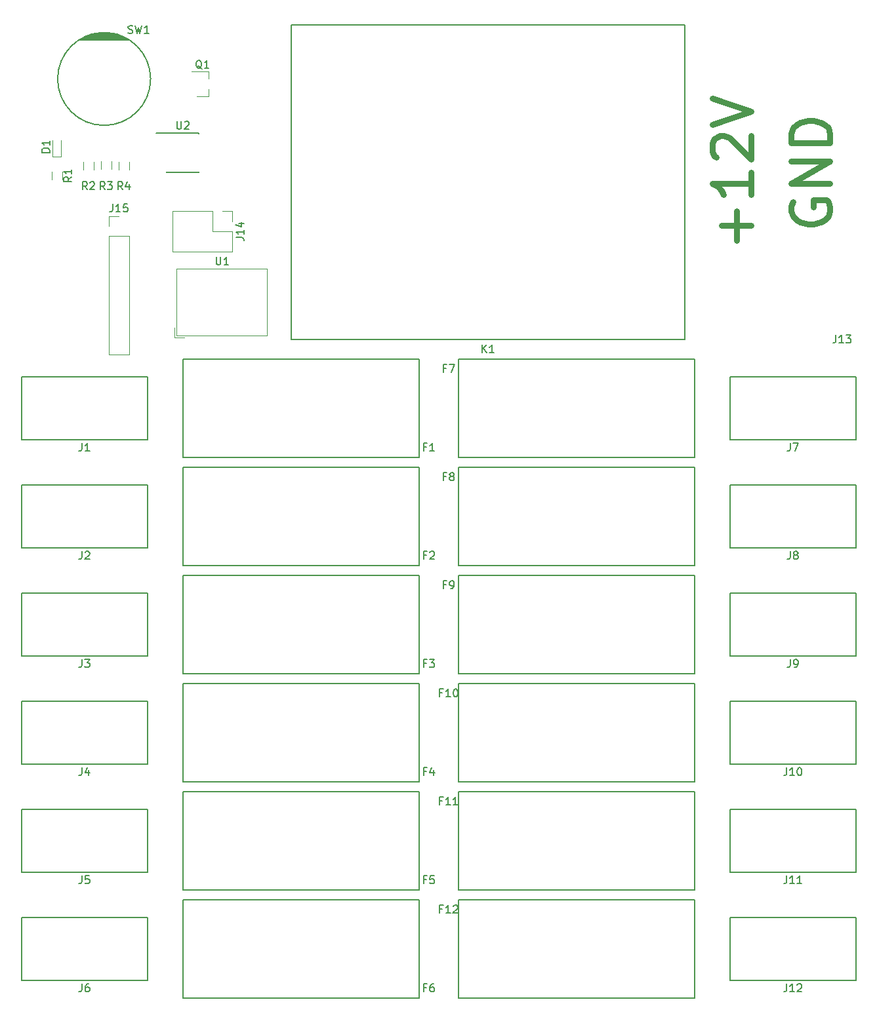
<source format=gto>
G04 #@! TF.GenerationSoftware,KiCad,Pcbnew,(5.0.2)-1*
G04 #@! TF.CreationDate,2019-02-23T14:57:53-07:00*
G04 #@! TF.ProjectId,MinesRobotics_PDB,4d696e65-7352-46f6-926f-746963735f50,rev?*
G04 #@! TF.SameCoordinates,Original*
G04 #@! TF.FileFunction,Legend,Top*
G04 #@! TF.FilePolarity,Positive*
%FSLAX46Y46*%
G04 Gerber Fmt 4.6, Leading zero omitted, Abs format (unit mm)*
G04 Created by KiCad (PCBNEW (5.0.2)-1) date 2/23/2019 2:57:53 PM*
%MOMM*%
%LPD*%
G01*
G04 APERTURE LIST*
%ADD10C,0.750000*%
%ADD11C,0.120000*%
%ADD12C,0.150000*%
G04 APERTURE END LIST*
D10*
X143550000Y-64769523D02*
X143311904Y-65245714D01*
X143311904Y-65960000D01*
X143550000Y-66674285D01*
X144026190Y-67150476D01*
X144502380Y-67388571D01*
X145454761Y-67626666D01*
X146169047Y-67626666D01*
X147121428Y-67388571D01*
X147597619Y-67150476D01*
X148073809Y-66674285D01*
X148311904Y-65960000D01*
X148311904Y-65483809D01*
X148073809Y-64769523D01*
X147835714Y-64531428D01*
X146169047Y-64531428D01*
X146169047Y-65483809D01*
X148311904Y-62388571D02*
X143311904Y-62388571D01*
X148311904Y-59531428D01*
X143311904Y-59531428D01*
X148311904Y-57150476D02*
X143311904Y-57150476D01*
X143311904Y-55960000D01*
X143550000Y-55245714D01*
X144026190Y-54769523D01*
X144502380Y-54531428D01*
X145454761Y-54293333D01*
X146169047Y-54293333D01*
X147121428Y-54531428D01*
X147597619Y-54769523D01*
X148073809Y-55245714D01*
X148311904Y-55960000D01*
X148311904Y-57150476D01*
X136247142Y-69769523D02*
X136247142Y-65960000D01*
X138151904Y-67864761D02*
X134342380Y-67864761D01*
X138151904Y-60960000D02*
X138151904Y-63817142D01*
X138151904Y-62388571D02*
X133151904Y-62388571D01*
X133866190Y-62864761D01*
X134342380Y-63340952D01*
X134580476Y-63817142D01*
X133628095Y-59055238D02*
X133390000Y-58817142D01*
X133151904Y-58340952D01*
X133151904Y-57150476D01*
X133390000Y-56674285D01*
X133628095Y-56436190D01*
X134104285Y-56198095D01*
X134580476Y-56198095D01*
X135294761Y-56436190D01*
X138151904Y-59293333D01*
X138151904Y-56198095D01*
X133151904Y-54769523D02*
X138151904Y-53102857D01*
X133151904Y-51436190D01*
D11*
G04 #@! TO.C,J14*
X63440000Y-65980000D02*
X63440000Y-71180000D01*
X68580000Y-65980000D02*
X63440000Y-65980000D01*
X71180000Y-71180000D02*
X63440000Y-71180000D01*
X68580000Y-65980000D02*
X68580000Y-68580000D01*
X68580000Y-68580000D02*
X71180000Y-68580000D01*
X71180000Y-68580000D02*
X71180000Y-71180000D01*
X69850000Y-65980000D02*
X71180000Y-65980000D01*
X71180000Y-65980000D02*
X71180000Y-67310000D01*
G04 #@! TO.C,Q1*
X68070000Y-51110000D02*
X66610000Y-51110000D01*
X68070000Y-47950000D02*
X65910000Y-47950000D01*
X68070000Y-47950000D02*
X68070000Y-48880000D01*
X68070000Y-51110000D02*
X68070000Y-50180000D01*
D12*
G04 #@! TO.C,U2*
X62695000Y-55895000D02*
X61295000Y-55895000D01*
X62695000Y-60995000D02*
X66845000Y-60995000D01*
X62695000Y-55845000D02*
X66845000Y-55845000D01*
X62695000Y-60995000D02*
X62695000Y-60850000D01*
X66845000Y-60995000D02*
X66845000Y-60850000D01*
X66845000Y-55845000D02*
X66845000Y-55990000D01*
X62695000Y-55845000D02*
X62695000Y-55895000D01*
G04 #@! TO.C,F1*
X64770000Y-85090000D02*
X95250000Y-85090000D01*
X64770000Y-97790000D02*
X64770000Y-85090000D01*
X95250000Y-97790000D02*
X64770000Y-97790000D01*
X95250000Y-85090000D02*
X95250000Y-97790000D01*
G04 #@! TO.C,F2*
X95250000Y-99060000D02*
X95250000Y-111760000D01*
X95250000Y-111760000D02*
X64770000Y-111760000D01*
X64770000Y-111760000D02*
X64770000Y-99060000D01*
X64770000Y-99060000D02*
X95250000Y-99060000D01*
G04 #@! TO.C,F3*
X64770000Y-113030000D02*
X95250000Y-113030000D01*
X64770000Y-125730000D02*
X64770000Y-113030000D01*
X95250000Y-125730000D02*
X64770000Y-125730000D01*
X95250000Y-113030000D02*
X95250000Y-125730000D01*
G04 #@! TO.C,F4*
X95250000Y-127000000D02*
X95250000Y-139700000D01*
X95250000Y-139700000D02*
X64770000Y-139700000D01*
X64770000Y-139700000D02*
X64770000Y-127000000D01*
X64770000Y-127000000D02*
X95250000Y-127000000D01*
G04 #@! TO.C,F5*
X95250000Y-140970000D02*
X95250000Y-153670000D01*
X95250000Y-153670000D02*
X64770000Y-153670000D01*
X64770000Y-153670000D02*
X64770000Y-140970000D01*
X64770000Y-140970000D02*
X95250000Y-140970000D01*
G04 #@! TO.C,F6*
X64770000Y-154940000D02*
X95250000Y-154940000D01*
X64770000Y-167640000D02*
X64770000Y-154940000D01*
X95250000Y-167640000D02*
X64770000Y-167640000D01*
X95250000Y-154940000D02*
X95250000Y-167640000D01*
G04 #@! TO.C,F7*
X130810000Y-97790000D02*
X100330000Y-97790000D01*
X130810000Y-85090000D02*
X130810000Y-97790000D01*
X100330000Y-85090000D02*
X130810000Y-85090000D01*
X100330000Y-97790000D02*
X100330000Y-85090000D01*
G04 #@! TO.C,F8*
X100330000Y-111760000D02*
X100330000Y-99060000D01*
X100330000Y-99060000D02*
X130810000Y-99060000D01*
X130810000Y-99060000D02*
X130810000Y-111760000D01*
X130810000Y-111760000D02*
X100330000Y-111760000D01*
G04 #@! TO.C,F9*
X130810000Y-125730000D02*
X100330000Y-125730000D01*
X130810000Y-113030000D02*
X130810000Y-125730000D01*
X100330000Y-113030000D02*
X130810000Y-113030000D01*
X100330000Y-125730000D02*
X100330000Y-113030000D01*
G04 #@! TO.C,F10*
X100330000Y-139700000D02*
X100330000Y-127000000D01*
X100330000Y-127000000D02*
X130810000Y-127000000D01*
X130810000Y-127000000D02*
X130810000Y-139700000D01*
X130810000Y-139700000D02*
X100330000Y-139700000D01*
G04 #@! TO.C,F11*
X130810000Y-153670000D02*
X100330000Y-153670000D01*
X130810000Y-140970000D02*
X130810000Y-153670000D01*
X100330000Y-140970000D02*
X130810000Y-140970000D01*
X100330000Y-153670000D02*
X100330000Y-140970000D01*
G04 #@! TO.C,F12*
X100330000Y-167640000D02*
X100330000Y-154940000D01*
X100330000Y-154940000D02*
X130810000Y-154940000D01*
X130810000Y-154940000D02*
X130810000Y-167640000D01*
X130810000Y-167640000D02*
X100330000Y-167640000D01*
G04 #@! TO.C,K1*
X78740000Y-82550000D02*
X78740000Y-41910000D01*
X78740000Y-41910000D02*
X129540000Y-41910000D01*
X129540000Y-41910000D02*
X129540000Y-82550000D01*
X129540000Y-82550000D02*
X78740000Y-82550000D01*
G04 #@! TO.C,J1*
X60198000Y-91440000D02*
X60198000Y-95504000D01*
X60198000Y-95504000D02*
X43942000Y-95504000D01*
X43942000Y-95504000D02*
X43942000Y-87376000D01*
X43942000Y-87376000D02*
X60198000Y-87376000D01*
X60198000Y-87376000D02*
X60198000Y-91440000D01*
G04 #@! TO.C,J2*
X60198000Y-105410000D02*
X60198000Y-109474000D01*
X60198000Y-109474000D02*
X43942000Y-109474000D01*
X43942000Y-109474000D02*
X43942000Y-101346000D01*
X43942000Y-101346000D02*
X60198000Y-101346000D01*
X60198000Y-101346000D02*
X60198000Y-105410000D01*
G04 #@! TO.C,J3*
X60198000Y-115316000D02*
X60198000Y-119380000D01*
X43942000Y-115316000D02*
X60198000Y-115316000D01*
X43942000Y-123444000D02*
X43942000Y-115316000D01*
X60198000Y-123444000D02*
X43942000Y-123444000D01*
X60198000Y-119380000D02*
X60198000Y-123444000D01*
G04 #@! TO.C,J4*
X60198000Y-133350000D02*
X60198000Y-137414000D01*
X60198000Y-137414000D02*
X43942000Y-137414000D01*
X43942000Y-137414000D02*
X43942000Y-129286000D01*
X43942000Y-129286000D02*
X60198000Y-129286000D01*
X60198000Y-129286000D02*
X60198000Y-133350000D01*
G04 #@! TO.C,J5*
X60198000Y-143256000D02*
X60198000Y-147320000D01*
X43942000Y-143256000D02*
X60198000Y-143256000D01*
X43942000Y-151384000D02*
X43942000Y-143256000D01*
X60198000Y-151384000D02*
X43942000Y-151384000D01*
X60198000Y-147320000D02*
X60198000Y-151384000D01*
G04 #@! TO.C,J6*
X60198000Y-161290000D02*
X60198000Y-165354000D01*
X60198000Y-165354000D02*
X43942000Y-165354000D01*
X43942000Y-165354000D02*
X43942000Y-157226000D01*
X43942000Y-157226000D02*
X60198000Y-157226000D01*
X60198000Y-157226000D02*
X60198000Y-161290000D01*
G04 #@! TO.C,J7*
X135382000Y-91440000D02*
X135382000Y-87376000D01*
X135382000Y-87376000D02*
X151638000Y-87376000D01*
X151638000Y-87376000D02*
X151638000Y-95504000D01*
X151638000Y-95504000D02*
X135382000Y-95504000D01*
X135382000Y-95504000D02*
X135382000Y-91440000D01*
G04 #@! TO.C,J8*
X135382000Y-109474000D02*
X135382000Y-105410000D01*
X151638000Y-109474000D02*
X135382000Y-109474000D01*
X151638000Y-101346000D02*
X151638000Y-109474000D01*
X135382000Y-101346000D02*
X151638000Y-101346000D01*
X135382000Y-105410000D02*
X135382000Y-101346000D01*
G04 #@! TO.C,J9*
X135382000Y-119380000D02*
X135382000Y-115316000D01*
X135382000Y-115316000D02*
X151638000Y-115316000D01*
X151638000Y-115316000D02*
X151638000Y-123444000D01*
X151638000Y-123444000D02*
X135382000Y-123444000D01*
X135382000Y-123444000D02*
X135382000Y-119380000D01*
G04 #@! TO.C,J10*
X135382000Y-137414000D02*
X135382000Y-133350000D01*
X151638000Y-137414000D02*
X135382000Y-137414000D01*
X151638000Y-129286000D02*
X151638000Y-137414000D01*
X135382000Y-129286000D02*
X151638000Y-129286000D01*
X135382000Y-133350000D02*
X135382000Y-129286000D01*
G04 #@! TO.C,J11*
X135382000Y-147320000D02*
X135382000Y-143256000D01*
X135382000Y-143256000D02*
X151638000Y-143256000D01*
X151638000Y-143256000D02*
X151638000Y-151384000D01*
X151638000Y-151384000D02*
X135382000Y-151384000D01*
X135382000Y-151384000D02*
X135382000Y-147320000D01*
G04 #@! TO.C,J12*
X135382000Y-165354000D02*
X135382000Y-161290000D01*
X151638000Y-165354000D02*
X135382000Y-165354000D01*
X151638000Y-157226000D02*
X151638000Y-165354000D01*
X135382000Y-157226000D02*
X151638000Y-157226000D01*
X135382000Y-161290000D02*
X135382000Y-157226000D01*
D11*
G04 #@! TO.C,U1*
X63939000Y-73450000D02*
X75660000Y-73450000D01*
X63939000Y-82070000D02*
X75660000Y-82070000D01*
X63939000Y-73450000D02*
X63939000Y-82070000D01*
X75660000Y-73450000D02*
X75660000Y-82070000D01*
X63699000Y-81070000D02*
X63699000Y-82310000D01*
X63699000Y-82310000D02*
X64939000Y-82310000D01*
G04 #@! TO.C,D1*
X47944000Y-58958000D02*
X47944000Y-56858000D01*
X49084000Y-58958000D02*
X49084000Y-56858000D01*
X47944000Y-58958000D02*
X49084000Y-58958000D01*
G04 #@! TO.C,R1*
X49194000Y-60884000D02*
X49194000Y-61884000D01*
X47834000Y-61884000D02*
X47834000Y-60884000D01*
G04 #@! TO.C,R2*
X51898000Y-60614000D02*
X51898000Y-59614000D01*
X53258000Y-59614000D02*
X53258000Y-60614000D01*
G04 #@! TO.C,R3*
X54184000Y-60528000D02*
X54184000Y-59528000D01*
X55544000Y-59528000D02*
X55544000Y-60528000D01*
G04 #@! TO.C,R4*
X56470000Y-60614000D02*
X56470000Y-59614000D01*
X57830000Y-59614000D02*
X57830000Y-60614000D01*
D12*
G04 #@! TO.C,SW1*
X60610000Y-48895000D02*
G75*
G03X60610000Y-48895000I-6000000J0D01*
G01*
G36*
X57910000Y-43895000D02*
X51310000Y-43895000D01*
X52910000Y-43095000D01*
X54410000Y-42895000D01*
X54810000Y-42895000D01*
X56310000Y-43095000D01*
X57910000Y-43895000D01*
G37*
X57910000Y-43895000D02*
X51310000Y-43895000D01*
X52910000Y-43095000D01*
X54410000Y-42895000D01*
X54810000Y-42895000D01*
X56310000Y-43095000D01*
X57910000Y-43895000D01*
D11*
G04 #@! TO.C,J15*
X55185000Y-84515000D02*
X57845000Y-84515000D01*
X55185000Y-69215000D02*
X55185000Y-84515000D01*
X57845000Y-69215000D02*
X57845000Y-84515000D01*
X55185000Y-69215000D02*
X57845000Y-69215000D01*
X55185000Y-67945000D02*
X55185000Y-66615000D01*
X55185000Y-66615000D02*
X56515000Y-66615000D01*
G04 #@! TO.C,J14*
D12*
X71632380Y-69389523D02*
X72346666Y-69389523D01*
X72489523Y-69437142D01*
X72584761Y-69532380D01*
X72632380Y-69675238D01*
X72632380Y-69770476D01*
X72632380Y-68389523D02*
X72632380Y-68960952D01*
X72632380Y-68675238D02*
X71632380Y-68675238D01*
X71775238Y-68770476D01*
X71870476Y-68865714D01*
X71918095Y-68960952D01*
X71965714Y-67532380D02*
X72632380Y-67532380D01*
X71584761Y-67770476D02*
X72299047Y-68008571D01*
X72299047Y-67389523D01*
G04 #@! TO.C,Q1*
X67214761Y-47577619D02*
X67119523Y-47530000D01*
X67024285Y-47434761D01*
X66881428Y-47291904D01*
X66786190Y-47244285D01*
X66690952Y-47244285D01*
X66738571Y-47482380D02*
X66643333Y-47434761D01*
X66548095Y-47339523D01*
X66500476Y-47149047D01*
X66500476Y-46815714D01*
X66548095Y-46625238D01*
X66643333Y-46530000D01*
X66738571Y-46482380D01*
X66929047Y-46482380D01*
X67024285Y-46530000D01*
X67119523Y-46625238D01*
X67167142Y-46815714D01*
X67167142Y-47149047D01*
X67119523Y-47339523D01*
X67024285Y-47434761D01*
X66929047Y-47482380D01*
X66738571Y-47482380D01*
X68119523Y-47482380D02*
X67548095Y-47482380D01*
X67833809Y-47482380D02*
X67833809Y-46482380D01*
X67738571Y-46625238D01*
X67643333Y-46720476D01*
X67548095Y-46768095D01*
G04 #@! TO.C,U2*
X64008095Y-54372380D02*
X64008095Y-55181904D01*
X64055714Y-55277142D01*
X64103333Y-55324761D01*
X64198571Y-55372380D01*
X64389047Y-55372380D01*
X64484285Y-55324761D01*
X64531904Y-55277142D01*
X64579523Y-55181904D01*
X64579523Y-54372380D01*
X65008095Y-54467619D02*
X65055714Y-54420000D01*
X65150952Y-54372380D01*
X65389047Y-54372380D01*
X65484285Y-54420000D01*
X65531904Y-54467619D01*
X65579523Y-54562857D01*
X65579523Y-54658095D01*
X65531904Y-54800952D01*
X64960476Y-55372380D01*
X65579523Y-55372380D01*
G04 #@! TO.C,F1*
X96186666Y-96448571D02*
X95853333Y-96448571D01*
X95853333Y-96972380D02*
X95853333Y-95972380D01*
X96329523Y-95972380D01*
X97234285Y-96972380D02*
X96662857Y-96972380D01*
X96948571Y-96972380D02*
X96948571Y-95972380D01*
X96853333Y-96115238D01*
X96758095Y-96210476D01*
X96662857Y-96258095D01*
G04 #@! TO.C,F2*
X96186666Y-110418571D02*
X95853333Y-110418571D01*
X95853333Y-110942380D02*
X95853333Y-109942380D01*
X96329523Y-109942380D01*
X96662857Y-110037619D02*
X96710476Y-109990000D01*
X96805714Y-109942380D01*
X97043809Y-109942380D01*
X97139047Y-109990000D01*
X97186666Y-110037619D01*
X97234285Y-110132857D01*
X97234285Y-110228095D01*
X97186666Y-110370952D01*
X96615238Y-110942380D01*
X97234285Y-110942380D01*
G04 #@! TO.C,F3*
X96186666Y-124388571D02*
X95853333Y-124388571D01*
X95853333Y-124912380D02*
X95853333Y-123912380D01*
X96329523Y-123912380D01*
X96615238Y-123912380D02*
X97234285Y-123912380D01*
X96900952Y-124293333D01*
X97043809Y-124293333D01*
X97139047Y-124340952D01*
X97186666Y-124388571D01*
X97234285Y-124483809D01*
X97234285Y-124721904D01*
X97186666Y-124817142D01*
X97139047Y-124864761D01*
X97043809Y-124912380D01*
X96758095Y-124912380D01*
X96662857Y-124864761D01*
X96615238Y-124817142D01*
G04 #@! TO.C,F4*
X96186666Y-138358571D02*
X95853333Y-138358571D01*
X95853333Y-138882380D02*
X95853333Y-137882380D01*
X96329523Y-137882380D01*
X97139047Y-138215714D02*
X97139047Y-138882380D01*
X96900952Y-137834761D02*
X96662857Y-138549047D01*
X97281904Y-138549047D01*
G04 #@! TO.C,F5*
X96186666Y-152328571D02*
X95853333Y-152328571D01*
X95853333Y-152852380D02*
X95853333Y-151852380D01*
X96329523Y-151852380D01*
X97186666Y-151852380D02*
X96710476Y-151852380D01*
X96662857Y-152328571D01*
X96710476Y-152280952D01*
X96805714Y-152233333D01*
X97043809Y-152233333D01*
X97139047Y-152280952D01*
X97186666Y-152328571D01*
X97234285Y-152423809D01*
X97234285Y-152661904D01*
X97186666Y-152757142D01*
X97139047Y-152804761D01*
X97043809Y-152852380D01*
X96805714Y-152852380D01*
X96710476Y-152804761D01*
X96662857Y-152757142D01*
G04 #@! TO.C,F6*
X96186666Y-166298571D02*
X95853333Y-166298571D01*
X95853333Y-166822380D02*
X95853333Y-165822380D01*
X96329523Y-165822380D01*
X97139047Y-165822380D02*
X96948571Y-165822380D01*
X96853333Y-165870000D01*
X96805714Y-165917619D01*
X96710476Y-166060476D01*
X96662857Y-166250952D01*
X96662857Y-166631904D01*
X96710476Y-166727142D01*
X96758095Y-166774761D01*
X96853333Y-166822380D01*
X97043809Y-166822380D01*
X97139047Y-166774761D01*
X97186666Y-166727142D01*
X97234285Y-166631904D01*
X97234285Y-166393809D01*
X97186666Y-166298571D01*
X97139047Y-166250952D01*
X97043809Y-166203333D01*
X96853333Y-166203333D01*
X96758095Y-166250952D01*
X96710476Y-166298571D01*
X96662857Y-166393809D01*
G04 #@! TO.C,F7*
X98726666Y-86288571D02*
X98393333Y-86288571D01*
X98393333Y-86812380D02*
X98393333Y-85812380D01*
X98869523Y-85812380D01*
X99155238Y-85812380D02*
X99821904Y-85812380D01*
X99393333Y-86812380D01*
G04 #@! TO.C,F8*
X98726666Y-100258571D02*
X98393333Y-100258571D01*
X98393333Y-100782380D02*
X98393333Y-99782380D01*
X98869523Y-99782380D01*
X99393333Y-100210952D02*
X99298095Y-100163333D01*
X99250476Y-100115714D01*
X99202857Y-100020476D01*
X99202857Y-99972857D01*
X99250476Y-99877619D01*
X99298095Y-99830000D01*
X99393333Y-99782380D01*
X99583809Y-99782380D01*
X99679047Y-99830000D01*
X99726666Y-99877619D01*
X99774285Y-99972857D01*
X99774285Y-100020476D01*
X99726666Y-100115714D01*
X99679047Y-100163333D01*
X99583809Y-100210952D01*
X99393333Y-100210952D01*
X99298095Y-100258571D01*
X99250476Y-100306190D01*
X99202857Y-100401428D01*
X99202857Y-100591904D01*
X99250476Y-100687142D01*
X99298095Y-100734761D01*
X99393333Y-100782380D01*
X99583809Y-100782380D01*
X99679047Y-100734761D01*
X99726666Y-100687142D01*
X99774285Y-100591904D01*
X99774285Y-100401428D01*
X99726666Y-100306190D01*
X99679047Y-100258571D01*
X99583809Y-100210952D01*
G04 #@! TO.C,F9*
X98726666Y-114228571D02*
X98393333Y-114228571D01*
X98393333Y-114752380D02*
X98393333Y-113752380D01*
X98869523Y-113752380D01*
X99298095Y-114752380D02*
X99488571Y-114752380D01*
X99583809Y-114704761D01*
X99631428Y-114657142D01*
X99726666Y-114514285D01*
X99774285Y-114323809D01*
X99774285Y-113942857D01*
X99726666Y-113847619D01*
X99679047Y-113800000D01*
X99583809Y-113752380D01*
X99393333Y-113752380D01*
X99298095Y-113800000D01*
X99250476Y-113847619D01*
X99202857Y-113942857D01*
X99202857Y-114180952D01*
X99250476Y-114276190D01*
X99298095Y-114323809D01*
X99393333Y-114371428D01*
X99583809Y-114371428D01*
X99679047Y-114323809D01*
X99726666Y-114276190D01*
X99774285Y-114180952D01*
G04 #@! TO.C,F10*
X98250476Y-128198571D02*
X97917142Y-128198571D01*
X97917142Y-128722380D02*
X97917142Y-127722380D01*
X98393333Y-127722380D01*
X99298095Y-128722380D02*
X98726666Y-128722380D01*
X99012380Y-128722380D02*
X99012380Y-127722380D01*
X98917142Y-127865238D01*
X98821904Y-127960476D01*
X98726666Y-128008095D01*
X99917142Y-127722380D02*
X100012380Y-127722380D01*
X100107619Y-127770000D01*
X100155238Y-127817619D01*
X100202857Y-127912857D01*
X100250476Y-128103333D01*
X100250476Y-128341428D01*
X100202857Y-128531904D01*
X100155238Y-128627142D01*
X100107619Y-128674761D01*
X100012380Y-128722380D01*
X99917142Y-128722380D01*
X99821904Y-128674761D01*
X99774285Y-128627142D01*
X99726666Y-128531904D01*
X99679047Y-128341428D01*
X99679047Y-128103333D01*
X99726666Y-127912857D01*
X99774285Y-127817619D01*
X99821904Y-127770000D01*
X99917142Y-127722380D01*
G04 #@! TO.C,F11*
X98250476Y-142168571D02*
X97917142Y-142168571D01*
X97917142Y-142692380D02*
X97917142Y-141692380D01*
X98393333Y-141692380D01*
X99298095Y-142692380D02*
X98726666Y-142692380D01*
X99012380Y-142692380D02*
X99012380Y-141692380D01*
X98917142Y-141835238D01*
X98821904Y-141930476D01*
X98726666Y-141978095D01*
X100250476Y-142692380D02*
X99679047Y-142692380D01*
X99964761Y-142692380D02*
X99964761Y-141692380D01*
X99869523Y-141835238D01*
X99774285Y-141930476D01*
X99679047Y-141978095D01*
G04 #@! TO.C,F12*
X98250476Y-156138571D02*
X97917142Y-156138571D01*
X97917142Y-156662380D02*
X97917142Y-155662380D01*
X98393333Y-155662380D01*
X99298095Y-156662380D02*
X98726666Y-156662380D01*
X99012380Y-156662380D02*
X99012380Y-155662380D01*
X98917142Y-155805238D01*
X98821904Y-155900476D01*
X98726666Y-155948095D01*
X99679047Y-155757619D02*
X99726666Y-155710000D01*
X99821904Y-155662380D01*
X100060000Y-155662380D01*
X100155238Y-155710000D01*
X100202857Y-155757619D01*
X100250476Y-155852857D01*
X100250476Y-155948095D01*
X100202857Y-156090952D01*
X99631428Y-156662380D01*
X100250476Y-156662380D01*
G04 #@! TO.C,J13*
X149050476Y-82002380D02*
X149050476Y-82716666D01*
X149002857Y-82859523D01*
X148907619Y-82954761D01*
X148764761Y-83002380D01*
X148669523Y-83002380D01*
X150050476Y-83002380D02*
X149479047Y-83002380D01*
X149764761Y-83002380D02*
X149764761Y-82002380D01*
X149669523Y-82145238D01*
X149574285Y-82240476D01*
X149479047Y-82288095D01*
X150383809Y-82002380D02*
X151002857Y-82002380D01*
X150669523Y-82383333D01*
X150812380Y-82383333D01*
X150907619Y-82430952D01*
X150955238Y-82478571D01*
X151002857Y-82573809D01*
X151002857Y-82811904D01*
X150955238Y-82907142D01*
X150907619Y-82954761D01*
X150812380Y-83002380D01*
X150526666Y-83002380D01*
X150431428Y-82954761D01*
X150383809Y-82907142D01*
G04 #@! TO.C,K1*
X103401904Y-84272380D02*
X103401904Y-83272380D01*
X103973333Y-84272380D02*
X103544761Y-83700952D01*
X103973333Y-83272380D02*
X103401904Y-83843809D01*
X104925714Y-84272380D02*
X104354285Y-84272380D01*
X104640000Y-84272380D02*
X104640000Y-83272380D01*
X104544761Y-83415238D01*
X104449523Y-83510476D01*
X104354285Y-83558095D01*
G04 #@! TO.C,J1*
X51736666Y-95972380D02*
X51736666Y-96686666D01*
X51689047Y-96829523D01*
X51593809Y-96924761D01*
X51450952Y-96972380D01*
X51355714Y-96972380D01*
X52736666Y-96972380D02*
X52165238Y-96972380D01*
X52450952Y-96972380D02*
X52450952Y-95972380D01*
X52355714Y-96115238D01*
X52260476Y-96210476D01*
X52165238Y-96258095D01*
G04 #@! TO.C,J2*
X51736666Y-109942380D02*
X51736666Y-110656666D01*
X51689047Y-110799523D01*
X51593809Y-110894761D01*
X51450952Y-110942380D01*
X51355714Y-110942380D01*
X52165238Y-110037619D02*
X52212857Y-109990000D01*
X52308095Y-109942380D01*
X52546190Y-109942380D01*
X52641428Y-109990000D01*
X52689047Y-110037619D01*
X52736666Y-110132857D01*
X52736666Y-110228095D01*
X52689047Y-110370952D01*
X52117619Y-110942380D01*
X52736666Y-110942380D01*
G04 #@! TO.C,J3*
X51736666Y-123912380D02*
X51736666Y-124626666D01*
X51689047Y-124769523D01*
X51593809Y-124864761D01*
X51450952Y-124912380D01*
X51355714Y-124912380D01*
X52117619Y-123912380D02*
X52736666Y-123912380D01*
X52403333Y-124293333D01*
X52546190Y-124293333D01*
X52641428Y-124340952D01*
X52689047Y-124388571D01*
X52736666Y-124483809D01*
X52736666Y-124721904D01*
X52689047Y-124817142D01*
X52641428Y-124864761D01*
X52546190Y-124912380D01*
X52260476Y-124912380D01*
X52165238Y-124864761D01*
X52117619Y-124817142D01*
G04 #@! TO.C,J4*
X51736666Y-137882380D02*
X51736666Y-138596666D01*
X51689047Y-138739523D01*
X51593809Y-138834761D01*
X51450952Y-138882380D01*
X51355714Y-138882380D01*
X52641428Y-138215714D02*
X52641428Y-138882380D01*
X52403333Y-137834761D02*
X52165238Y-138549047D01*
X52784285Y-138549047D01*
G04 #@! TO.C,J5*
X51736666Y-151852380D02*
X51736666Y-152566666D01*
X51689047Y-152709523D01*
X51593809Y-152804761D01*
X51450952Y-152852380D01*
X51355714Y-152852380D01*
X52689047Y-151852380D02*
X52212857Y-151852380D01*
X52165238Y-152328571D01*
X52212857Y-152280952D01*
X52308095Y-152233333D01*
X52546190Y-152233333D01*
X52641428Y-152280952D01*
X52689047Y-152328571D01*
X52736666Y-152423809D01*
X52736666Y-152661904D01*
X52689047Y-152757142D01*
X52641428Y-152804761D01*
X52546190Y-152852380D01*
X52308095Y-152852380D01*
X52212857Y-152804761D01*
X52165238Y-152757142D01*
G04 #@! TO.C,J6*
X51736666Y-165822380D02*
X51736666Y-166536666D01*
X51689047Y-166679523D01*
X51593809Y-166774761D01*
X51450952Y-166822380D01*
X51355714Y-166822380D01*
X52641428Y-165822380D02*
X52450952Y-165822380D01*
X52355714Y-165870000D01*
X52308095Y-165917619D01*
X52212857Y-166060476D01*
X52165238Y-166250952D01*
X52165238Y-166631904D01*
X52212857Y-166727142D01*
X52260476Y-166774761D01*
X52355714Y-166822380D01*
X52546190Y-166822380D01*
X52641428Y-166774761D01*
X52689047Y-166727142D01*
X52736666Y-166631904D01*
X52736666Y-166393809D01*
X52689047Y-166298571D01*
X52641428Y-166250952D01*
X52546190Y-166203333D01*
X52355714Y-166203333D01*
X52260476Y-166250952D01*
X52212857Y-166298571D01*
X52165238Y-166393809D01*
G04 #@! TO.C,J7*
X143176666Y-95972380D02*
X143176666Y-96686666D01*
X143129047Y-96829523D01*
X143033809Y-96924761D01*
X142890952Y-96972380D01*
X142795714Y-96972380D01*
X143557619Y-95972380D02*
X144224285Y-95972380D01*
X143795714Y-96972380D01*
G04 #@! TO.C,J8*
X143176666Y-109942380D02*
X143176666Y-110656666D01*
X143129047Y-110799523D01*
X143033809Y-110894761D01*
X142890952Y-110942380D01*
X142795714Y-110942380D01*
X143795714Y-110370952D02*
X143700476Y-110323333D01*
X143652857Y-110275714D01*
X143605238Y-110180476D01*
X143605238Y-110132857D01*
X143652857Y-110037619D01*
X143700476Y-109990000D01*
X143795714Y-109942380D01*
X143986190Y-109942380D01*
X144081428Y-109990000D01*
X144129047Y-110037619D01*
X144176666Y-110132857D01*
X144176666Y-110180476D01*
X144129047Y-110275714D01*
X144081428Y-110323333D01*
X143986190Y-110370952D01*
X143795714Y-110370952D01*
X143700476Y-110418571D01*
X143652857Y-110466190D01*
X143605238Y-110561428D01*
X143605238Y-110751904D01*
X143652857Y-110847142D01*
X143700476Y-110894761D01*
X143795714Y-110942380D01*
X143986190Y-110942380D01*
X144081428Y-110894761D01*
X144129047Y-110847142D01*
X144176666Y-110751904D01*
X144176666Y-110561428D01*
X144129047Y-110466190D01*
X144081428Y-110418571D01*
X143986190Y-110370952D01*
G04 #@! TO.C,J9*
X143176666Y-123912380D02*
X143176666Y-124626666D01*
X143129047Y-124769523D01*
X143033809Y-124864761D01*
X142890952Y-124912380D01*
X142795714Y-124912380D01*
X143700476Y-124912380D02*
X143890952Y-124912380D01*
X143986190Y-124864761D01*
X144033809Y-124817142D01*
X144129047Y-124674285D01*
X144176666Y-124483809D01*
X144176666Y-124102857D01*
X144129047Y-124007619D01*
X144081428Y-123960000D01*
X143986190Y-123912380D01*
X143795714Y-123912380D01*
X143700476Y-123960000D01*
X143652857Y-124007619D01*
X143605238Y-124102857D01*
X143605238Y-124340952D01*
X143652857Y-124436190D01*
X143700476Y-124483809D01*
X143795714Y-124531428D01*
X143986190Y-124531428D01*
X144081428Y-124483809D01*
X144129047Y-124436190D01*
X144176666Y-124340952D01*
G04 #@! TO.C,J10*
X142700476Y-137882380D02*
X142700476Y-138596666D01*
X142652857Y-138739523D01*
X142557619Y-138834761D01*
X142414761Y-138882380D01*
X142319523Y-138882380D01*
X143700476Y-138882380D02*
X143129047Y-138882380D01*
X143414761Y-138882380D02*
X143414761Y-137882380D01*
X143319523Y-138025238D01*
X143224285Y-138120476D01*
X143129047Y-138168095D01*
X144319523Y-137882380D02*
X144414761Y-137882380D01*
X144510000Y-137930000D01*
X144557619Y-137977619D01*
X144605238Y-138072857D01*
X144652857Y-138263333D01*
X144652857Y-138501428D01*
X144605238Y-138691904D01*
X144557619Y-138787142D01*
X144510000Y-138834761D01*
X144414761Y-138882380D01*
X144319523Y-138882380D01*
X144224285Y-138834761D01*
X144176666Y-138787142D01*
X144129047Y-138691904D01*
X144081428Y-138501428D01*
X144081428Y-138263333D01*
X144129047Y-138072857D01*
X144176666Y-137977619D01*
X144224285Y-137930000D01*
X144319523Y-137882380D01*
G04 #@! TO.C,J11*
X142700476Y-151852380D02*
X142700476Y-152566666D01*
X142652857Y-152709523D01*
X142557619Y-152804761D01*
X142414761Y-152852380D01*
X142319523Y-152852380D01*
X143700476Y-152852380D02*
X143129047Y-152852380D01*
X143414761Y-152852380D02*
X143414761Y-151852380D01*
X143319523Y-151995238D01*
X143224285Y-152090476D01*
X143129047Y-152138095D01*
X144652857Y-152852380D02*
X144081428Y-152852380D01*
X144367142Y-152852380D02*
X144367142Y-151852380D01*
X144271904Y-151995238D01*
X144176666Y-152090476D01*
X144081428Y-152138095D01*
G04 #@! TO.C,J12*
X142700476Y-165822380D02*
X142700476Y-166536666D01*
X142652857Y-166679523D01*
X142557619Y-166774761D01*
X142414761Y-166822380D01*
X142319523Y-166822380D01*
X143700476Y-166822380D02*
X143129047Y-166822380D01*
X143414761Y-166822380D02*
X143414761Y-165822380D01*
X143319523Y-165965238D01*
X143224285Y-166060476D01*
X143129047Y-166108095D01*
X144081428Y-165917619D02*
X144129047Y-165870000D01*
X144224285Y-165822380D01*
X144462380Y-165822380D01*
X144557619Y-165870000D01*
X144605238Y-165917619D01*
X144652857Y-166012857D01*
X144652857Y-166108095D01*
X144605238Y-166250952D01*
X144033809Y-166822380D01*
X144652857Y-166822380D01*
G04 #@! TO.C,U1*
X69088095Y-71902380D02*
X69088095Y-72711904D01*
X69135714Y-72807142D01*
X69183333Y-72854761D01*
X69278571Y-72902380D01*
X69469047Y-72902380D01*
X69564285Y-72854761D01*
X69611904Y-72807142D01*
X69659523Y-72711904D01*
X69659523Y-71902380D01*
X70659523Y-72902380D02*
X70088095Y-72902380D01*
X70373809Y-72902380D02*
X70373809Y-71902380D01*
X70278571Y-72045238D01*
X70183333Y-72140476D01*
X70088095Y-72188095D01*
G04 #@! TO.C,D1*
X47566380Y-58396095D02*
X46566380Y-58396095D01*
X46566380Y-58158000D01*
X46614000Y-58015142D01*
X46709238Y-57919904D01*
X46804476Y-57872285D01*
X46994952Y-57824666D01*
X47137809Y-57824666D01*
X47328285Y-57872285D01*
X47423523Y-57919904D01*
X47518761Y-58015142D01*
X47566380Y-58158000D01*
X47566380Y-58396095D01*
X47566380Y-56872285D02*
X47566380Y-57443714D01*
X47566380Y-57158000D02*
X46566380Y-57158000D01*
X46709238Y-57253238D01*
X46804476Y-57348476D01*
X46852095Y-57443714D01*
G04 #@! TO.C,R1*
X50416380Y-61550666D02*
X49940190Y-61884000D01*
X50416380Y-62122095D02*
X49416380Y-62122095D01*
X49416380Y-61741142D01*
X49464000Y-61645904D01*
X49511619Y-61598285D01*
X49606857Y-61550666D01*
X49749714Y-61550666D01*
X49844952Y-61598285D01*
X49892571Y-61645904D01*
X49940190Y-61741142D01*
X49940190Y-62122095D01*
X50416380Y-60598285D02*
X50416380Y-61169714D01*
X50416380Y-60884000D02*
X49416380Y-60884000D01*
X49559238Y-60979238D01*
X49654476Y-61074476D01*
X49702095Y-61169714D01*
G04 #@! TO.C,R2*
X52411333Y-63190380D02*
X52078000Y-62714190D01*
X51839904Y-63190380D02*
X51839904Y-62190380D01*
X52220857Y-62190380D01*
X52316095Y-62238000D01*
X52363714Y-62285619D01*
X52411333Y-62380857D01*
X52411333Y-62523714D01*
X52363714Y-62618952D01*
X52316095Y-62666571D01*
X52220857Y-62714190D01*
X51839904Y-62714190D01*
X52792285Y-62285619D02*
X52839904Y-62238000D01*
X52935142Y-62190380D01*
X53173238Y-62190380D01*
X53268476Y-62238000D01*
X53316095Y-62285619D01*
X53363714Y-62380857D01*
X53363714Y-62476095D01*
X53316095Y-62618952D01*
X52744666Y-63190380D01*
X53363714Y-63190380D01*
G04 #@! TO.C,R3*
X54697333Y-63190380D02*
X54364000Y-62714190D01*
X54125904Y-63190380D02*
X54125904Y-62190380D01*
X54506857Y-62190380D01*
X54602095Y-62238000D01*
X54649714Y-62285619D01*
X54697333Y-62380857D01*
X54697333Y-62523714D01*
X54649714Y-62618952D01*
X54602095Y-62666571D01*
X54506857Y-62714190D01*
X54125904Y-62714190D01*
X55030666Y-62190380D02*
X55649714Y-62190380D01*
X55316380Y-62571333D01*
X55459238Y-62571333D01*
X55554476Y-62618952D01*
X55602095Y-62666571D01*
X55649714Y-62761809D01*
X55649714Y-62999904D01*
X55602095Y-63095142D01*
X55554476Y-63142761D01*
X55459238Y-63190380D01*
X55173523Y-63190380D01*
X55078285Y-63142761D01*
X55030666Y-63095142D01*
G04 #@! TO.C,R4*
X56983333Y-63190380D02*
X56650000Y-62714190D01*
X56411904Y-63190380D02*
X56411904Y-62190380D01*
X56792857Y-62190380D01*
X56888095Y-62238000D01*
X56935714Y-62285619D01*
X56983333Y-62380857D01*
X56983333Y-62523714D01*
X56935714Y-62618952D01*
X56888095Y-62666571D01*
X56792857Y-62714190D01*
X56411904Y-62714190D01*
X57840476Y-62523714D02*
X57840476Y-63190380D01*
X57602380Y-62142761D02*
X57364285Y-62857047D01*
X57983333Y-62857047D01*
G04 #@! TO.C,SW1*
X57721666Y-42949761D02*
X57864523Y-42997380D01*
X58102619Y-42997380D01*
X58197857Y-42949761D01*
X58245476Y-42902142D01*
X58293095Y-42806904D01*
X58293095Y-42711666D01*
X58245476Y-42616428D01*
X58197857Y-42568809D01*
X58102619Y-42521190D01*
X57912142Y-42473571D01*
X57816904Y-42425952D01*
X57769285Y-42378333D01*
X57721666Y-42283095D01*
X57721666Y-42187857D01*
X57769285Y-42092619D01*
X57816904Y-42045000D01*
X57912142Y-41997380D01*
X58150238Y-41997380D01*
X58293095Y-42045000D01*
X58626428Y-41997380D02*
X58864523Y-42997380D01*
X59055000Y-42283095D01*
X59245476Y-42997380D01*
X59483571Y-41997380D01*
X60388333Y-42997380D02*
X59816904Y-42997380D01*
X60102619Y-42997380D02*
X60102619Y-41997380D01*
X60007380Y-42140238D01*
X59912142Y-42235476D01*
X59816904Y-42283095D01*
G04 #@! TO.C,J15*
X55705476Y-65067380D02*
X55705476Y-65781666D01*
X55657857Y-65924523D01*
X55562619Y-66019761D01*
X55419761Y-66067380D01*
X55324523Y-66067380D01*
X56705476Y-66067380D02*
X56134047Y-66067380D01*
X56419761Y-66067380D02*
X56419761Y-65067380D01*
X56324523Y-65210238D01*
X56229285Y-65305476D01*
X56134047Y-65353095D01*
X57610238Y-65067380D02*
X57134047Y-65067380D01*
X57086428Y-65543571D01*
X57134047Y-65495952D01*
X57229285Y-65448333D01*
X57467380Y-65448333D01*
X57562619Y-65495952D01*
X57610238Y-65543571D01*
X57657857Y-65638809D01*
X57657857Y-65876904D01*
X57610238Y-65972142D01*
X57562619Y-66019761D01*
X57467380Y-66067380D01*
X57229285Y-66067380D01*
X57134047Y-66019761D01*
X57086428Y-65972142D01*
G04 #@! TD*
M02*

</source>
